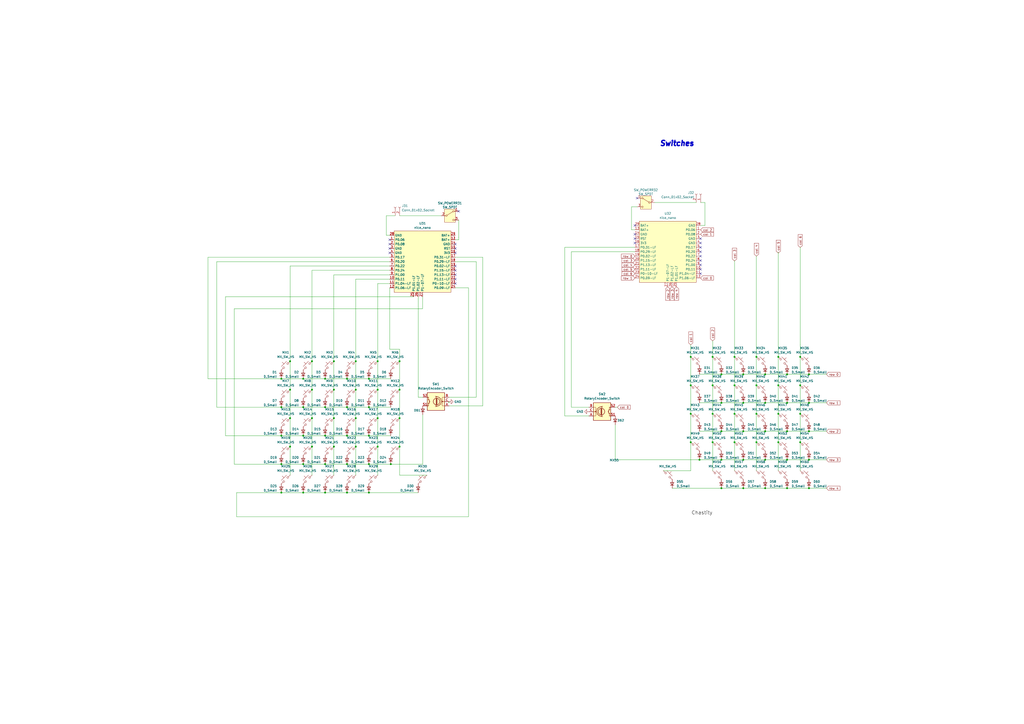
<source format=kicad_sch>
(kicad_sch (version 20231120) (generator "eeschema") (generator_version "8.0")
  (paper "A2")
  (lib_symbols
    (symbol "Connector:Conn_01x02_Socket" (pin_names (offset 1.016) hide)
      (property "Reference" "J" (at 0 2.54 0))
      (property "Value" "Conn_01x02_Socket" (at 0 -5.08 0))
      (symbol "Conn_01x02_Socket_1_1"
        (pin passive line (at -5.08 0 0) (length 3.81) (name "Pin_1") (number "1"))
        (pin passive line (at -5.08 -2.54 0) (length 3.81) (name "Pin_2") (number "2"))
      )
    )
    (symbol "Device:D_Small" (pin_numbers hide) (pin_names (offset 0.254) hide)
      (property "Reference" "D" (at -1.27 2.032 0))
      (property "Value" "D_Small" (at -3.81 -2.032 0))
      (symbol "D_Small_1_1"
        (pin passive line (at -2.54 0 0) (length 1.778) (name "K") (number "1"))
        (pin passive line (at 2.54 0 180) (length 1.778) (name "A") (number "2"))
      )
    )
    (symbol "Device:RotaryEncoder_Switch" (pin_names (offset 0.254) hide)
      (property "Reference" "SW" (at 0 6.604 0))
      (property "Value" "RotaryEncoder_Switch" (at 0 -6.604 0))
      (symbol "RotaryEncoder_Switch_1_1"
        (pin passive line (at -7.62 2.54 0) (length 2.54) (name "A") (number "A"))
        (pin passive line (at -7.62 -2.54 0) (length 2.54) (name "B") (number "B"))
        (pin passive line (at -7.62 0 0) (length 2.54) (name "C") (number "C"))
        (pin passive line (at 7.62 2.54 180) (length 2.54) (name "S1") (number "S1"))
        (pin passive line (at 7.62 -2.54 180) (length 2.54) (name "S2") (number "S2"))
      )
    )
    (symbol "PCM_marbastlib-mx:MX_SW_HS" (pin_numbers hide) (pin_names (offset 1.016) hide)
      (property "Reference" "MX" (at 3.048 1.016 0))
      (property "Value" "MX_SW_HS" (at 0 -3.81 0))
      (symbol "MX_SW_HS_0_1"
        (pin passive line (at -2.54 2.54 0) (length 0) (name "1") (number "1"))
        (pin passive line (at 2.54 -2.54 180) (length 0) (name "2") (number "2"))
      )
    )
    (symbol "PCM_marbastlib-promicroish:nice_nano" (in_bom no)
      (property "Reference" "U" (at 0 22.86 0))
      (property "Value" "nice_nano" (at 0 20.32 0))
      (symbol "nice_nano_0_0"
        (pin bidirectional line (at -19.05 13.97 0) (length 2.54) (name "P0.06") (number "1"))
        (pin bidirectional line (at -19.05 -8.89 0) (length 2.54) (name "P0.11") (number "10"))
        (pin bidirectional line (at -19.05 -11.43 0) (length 2.54) (name "P1.04-LF") (number "11"))
        (pin bidirectional line (at -19.05 -13.97 0) (length 2.54) (name "P1.06-LF") (number "12"))
        (pin power_out line (at 19.05 11.43 180) (length 2.54) (name "GND") (number "14"))
        (pin bidirectional line (at 19.05 8.89 180) (length 2.54) (name "RST") (number "15"))
        (pin bidirectional line (at 19.05 3.81 180) (length 2.54) (name "P0.31-LF") (number "17"))
        (pin bidirectional line (at 19.05 1.27 180) (length 2.54) (name "P0.29-LF") (number "18"))
        (pin bidirectional line (at 19.05 -1.27 180) (length 2.54) (name "P0.02-LF") (number "19"))
        (pin bidirectional line (at -19.05 11.43 0) (length 2.54) (name "P0.08") (number "2"))
        (pin bidirectional line (at 19.05 -3.81 180) (length 2.54) (name "P1.15-LF") (number "20"))
        (pin bidirectional line (at 19.05 -6.35 180) (length 2.54) (name "P1.13-LF") (number "21"))
        (pin bidirectional line (at 19.05 -8.89 180) (length 2.54) (name "P1.11-LF") (number "22"))
        (pin bidirectional line (at 19.05 -11.43 180) (length 2.54) (name "P0-10-LF") (number "23"))
        (pin bidirectional line (at 19.05 -13.97 180) (length 2.54) (name "P0.09-LF") (number "24"))
        (pin power_out line (at -19.05 8.89 0) (length 2.54) (name "GND") (number "3"))
        (pin power_out line (at -19.05 6.35 0) (length 2.54) (name "GND") (number "4"))
        (pin bidirectional line (at -19.05 3.81 0) (length 2.54) (name "P0.17") (number "5"))
        (pin bidirectional line (at -19.05 1.27 0) (length 2.54) (name "P0.20") (number "6"))
        (pin bidirectional line (at -19.05 -1.27 0) (length 2.54) (name "P0.22") (number "7"))
        (pin bidirectional line (at -19.05 -3.81 0) (length 2.54) (name "P0.24") (number "8"))
        (pin bidirectional line (at -19.05 -6.35 0) (length 2.54) (name "P1.00") (number "9"))
      )
      (symbol "nice_nano_1_0"
        (pin power_out line (at 19.05 13.97 180) (length 2.54) (name "BAT+") (number "13"))
        (pin power_out line (at 19.05 6.35 180) (length 2.54) (name "3V3") (number "16"))
        (pin bidirectional line (at -5.08 -19.05 90) (length 2.54) (name "P1.01-LF") (number "25"))
        (pin bidirectional line (at -2.54 -19.05 90) (length 2.54) (name "P1.02-LF") (number "26"))
        (pin bidirectional line (at 0 -19.05 90) (length 2.54) (name "P1-07-LF") (number "27"))
        (pin power_out line (at -19.05 16.51 0) (length 2.54) (name "GND") (number "28"))
        (pin power_out line (at 19.05 16.51 180) (length 2.54) (name "BAT+") (number "29"))
      )
    )
    (symbol "Switch:SW_SPDT" (pin_names (offset 0) hide)
      (property "Reference" "SW" (at 0 5.08 0))
      (property "Value" "SW_SPDT" (at 0 -5.08 0))
      (symbol "SW_SPDT_1_1"
        (pin passive line (at 5.08 2.54 180) (length 2.54) (name "A") (number "1"))
        (pin passive line (at -5.08 0 0) (length 2.54) (name "B") (number "2"))
        (pin passive line (at 5.08 -2.54 180) (length 2.54) (name "C") (number "3"))
      )
    )
    (symbol "power:GND" (power) (pin_names (offset 0))
      (property "Value" "GND" (at 0 -3.81 0))
      (symbol "GND_1_1"
        (pin power_in line (at 0 0 270) (length 0) hide (name "GND") (number "1"))
      )
    )
  )
  (junction (at 188.595 219.71))
  (junction (at 193.675 226.06))
  (junction (at 188.595 252.73))
  (junction (at 163.195 236.22))
  (junction (at 231.775 226.06))
  (junction (at 219.075 226.06))
  (junction (at 464.185 240.03))
  (junction (at 426.085 207.01))
  (junction (at 206.375 226.06))
  (junction (at 163.195 219.71))
  (junction (at 201.295 252.73))
  (junction (at 418.465 233.68))
  (junction (at 400.685 240.03))
  (junction (at 219.075 242.57))
  (junction (at 180.975 259.08))
  (junction (at 443.865 250.19))
  (junction (at 201.295 219.71))
  (junction (at 400.685 207.01))
  (junction (at 188.595 285.75))
  (junction (at 413.385 240.03))
  (junction (at 193.675 209.55))
  (junction (at 201.295 236.22))
  (junction (at 418.465 250.19))
  (junction (at 456.565 233.68))
  (junction (at 163.195 252.73))
  (junction (at 180.975 209.55))
  (junction (at 469.265 266.7))
  (junction (at 175.895 285.75))
  (junction (at 193.675 259.08))
  (junction (at 175.895 252.73))
  (junction (at 431.165 283.21))
  (junction (at 443.865 283.21))
  (junction (at 219.075 209.55))
  (junction (at 180.975 226.06))
  (junction (at 431.165 217.17))
  (junction (at 443.865 233.68))
  (junction (at 469.265 233.68))
  (junction (at 451.485 240.03))
  (junction (at 175.895 219.71))
  (junction (at 426.085 223.52))
  (junction (at 438.785 223.52))
  (junction (at 193.675 242.57))
  (junction (at 213.995 269.24))
  (junction (at 469.265 250.19))
  (junction (at 426.085 256.54))
  (junction (at 443.865 217.17))
  (junction (at 163.195 285.75))
  (junction (at 451.485 256.54))
  (junction (at 206.375 259.08))
  (junction (at 469.265 283.21))
  (junction (at 438.785 207.01))
  (junction (at 456.565 250.19))
  (junction (at 226.695 269.24))
  (junction (at 168.275 242.57))
  (junction (at 188.595 236.22))
  (junction (at 206.375 242.57))
  (junction (at 231.775 259.08))
  (junction (at 213.995 252.73))
  (junction (at 413.385 207.01))
  (junction (at 438.785 256.54))
  (junction (at 464.185 207.01))
  (junction (at 418.465 217.17))
  (junction (at 413.385 223.52))
  (junction (at 464.185 256.54))
  (junction (at 451.485 223.52))
  (junction (at 418.465 283.21))
  (junction (at 163.195 269.24))
  (junction (at 431.165 250.19))
  (junction (at 456.565 266.7))
  (junction (at 175.895 269.24))
  (junction (at 438.785 240.03))
  (junction (at 405.765 266.7))
  (junction (at 201.295 285.75))
  (junction (at 464.185 223.52))
  (junction (at 231.775 242.57))
  (junction (at 431.165 266.7))
  (junction (at 213.995 285.75))
  (junction (at 431.165 233.68))
  (junction (at 206.375 209.55))
  (junction (at 231.775 209.55))
  (junction (at 400.685 223.52))
  (junction (at 469.265 217.17))
  (junction (at 443.865 266.7))
  (junction (at 418.465 266.7))
  (junction (at 188.595 269.24))
  (junction (at 219.075 259.08))
  (junction (at 451.485 207.01))
  (junction (at 400.685 256.54))
  (junction (at 426.085 240.03))
  (junction (at 201.295 269.24))
  (junction (at 456.565 217.17))
  (junction (at 213.995 236.22))
  (junction (at 180.975 242.57))
  (junction (at 413.385 256.54))
  (junction (at 175.895 236.22))
  (junction (at 168.275 226.06))
  (junction (at 213.995 219.71))
  (junction (at 168.275 209.55))
  (junction (at 456.565 283.21))
  (junction (at 168.275 259.08))
  (no_connect (at 266.065 122.555))
  (no_connect (at 368.3 135.89))
  (no_connect (at 264.16 164.465))
  (no_connect (at 368.3 140.97))
  (no_connect (at 368.3 138.43))
  (no_connect (at 368.3 130.81))
  (no_connect (at 406.4 140.97))
  (no_connect (at 406.4 143.51))
  (no_connect (at 264.16 161.925))
  (no_connect (at 264.16 144.145))
  (no_connect (at 406.4 156.21))
  (no_connect (at 406.4 158.75))
  (no_connect (at 406.4 138.43))
  (no_connect (at 264.16 154.305))
  (no_connect (at 406.4 148.59))
  (no_connect (at 406.4 146.05))
  (no_connect (at 226.06 146.685))
  (no_connect (at 264.16 141.605))
  (no_connect (at 406.4 151.13))
  (no_connect (at 226.06 144.145))
  (no_connect (at 226.06 139.065))
  (no_connect (at 264.16 156.845))
  (no_connect (at 264.16 146.685))
  (no_connect (at 406.4 153.67))
  (no_connect (at 226.06 141.605))
  (no_connect (at 264.16 159.385))
  (no_connect (at 369.57 114.935))
  (wire (pts (xy 431.165 217.17) (xy 443.865 217.17)))
  (wire (pts (xy 443.865 250.19) (xy 456.565 250.19)))
  (wire (pts (xy 231.775 242.57) (xy 231.775 259.08)))
  (wire (pts (xy 231.775 125.095) (xy 255.905 125.095)))
  (wire (pts (xy 224.155 125.095) (xy 229.235 125.095)))
  (wire (pts (xy 245.2491 240.5508) (xy 245.2491 269.24)))
  (wire (pts (xy 135.89 269.24) (xy 163.195 269.24)))
  (wire (pts (xy 245.11 179.07) (xy 245.11 172.085)))
  (wire (pts (xy 271.78 167.005) (xy 264.16 167.005)))
  (wire (pts (xy 451.485 256.54) (xy 451.485 273.05)))
  (wire (pts (xy 242.57 285.75) (xy 213.995 285.75)))
  (wire (pts (xy 213.995 285.75) (xy 201.295 285.75)))
  (wire (pts (xy 271.78 299.72) (xy 137.2216 299.72)))
  (wire (pts (xy 135.89 179.07) (xy 245.11 179.07)))
  (wire (pts (xy 266.065 137.7087) (xy 266.065 127.635)))
  (wire (pts (xy 226.695 269.24) (xy 213.995 269.24)))
  (wire (pts (xy 426.085 207.01) (xy 426.085 223.52)))
  (wire (pts (xy 180.975 259.08) (xy 180.975 275.59)))
  (wire (pts (xy 213.995 219.71) (xy 201.295 219.71)))
  (wire (pts (xy 413.385 207.01) (xy 413.385 223.52)))
  (wire (pts (xy 464.2007 200.1094) (xy 464.185 200.1094)))
  (wire (pts (xy 120.65 219.71) (xy 120.65 149.225)))
  (wire (pts (xy 180.975 226.06) (xy 180.975 242.57)))
  (wire (pts (xy 443.865 233.68) (xy 456.565 233.68)))
  (wire (pts (xy 341.63 236.22) (xy 331.47 236.22)))
  (wire (pts (xy 193.675 242.57) (xy 193.675 259.08)))
  (wire (pts (xy 413.385 256.54) (xy 413.385 273.05)))
  (wire (pts (xy 406.4 117.475) (xy 408.94 117.475)))
  (wire (pts (xy 400.685 223.52) (xy 400.685 240.03)))
  (wire (pts (xy 443.865 217.17) (xy 456.565 217.17)))
  (wire (pts (xy 456.565 217.17) (xy 469.265 217.17)))
  (wire (pts (xy 130.81 252.73) (xy 163.195 252.73)))
  (wire (pts (xy 175.895 285.75) (xy 163.195 285.75)))
  (wire (pts (xy 188.595 252.73) (xy 175.895 252.73)))
  (wire (pts (xy 260.4891 232.9308) (xy 260.4891 233.68)))
  (wire (pts (xy 469.265 266.7) (xy 479.425 266.7)))
  (wire (pts (xy 201.295 269.24) (xy 188.595 269.24)))
  (wire (pts (xy 443.865 283.21) (xy 456.565 283.21)))
  (wire (pts (xy 451.485 223.52) (xy 451.485 240.03)))
  (wire (pts (xy 219.075 164.465) (xy 226.06 164.465)))
  (wire (pts (xy 389.89 283.21) (xy 418.465 283.21)))
  (wire (pts (xy 438.785 207.01) (xy 438.785 223.52)))
  (wire (pts (xy 206.375 209.55) (xy 206.375 226.06)))
  (wire (pts (xy 464.185 223.52) (xy 464.185 240.03)))
  (wire (pts (xy 331.47 146.05) (xy 368.3 146.05)))
  (wire (pts (xy 206.375 161.9073) (xy 206.375 209.55)))
  (wire (pts (xy 400.685 200.025) (xy 400.685 207.01)))
  (wire (pts (xy 224.155 136.525) (xy 226.06 136.525)))
  (wire (pts (xy 456.565 250.19) (xy 469.265 250.19)))
  (wire (pts (xy 264.16 149.225) (xy 280.035 149.225)))
  (wire (pts (xy 206.375 259.08) (xy 206.375 275.59)))
  (wire (pts (xy 451.485 207.01) (xy 451.485 223.52)))
  (wire (pts (xy 405.765 250.19) (xy 418.465 250.19)))
  (wire (pts (xy 120.65 219.71) (xy 163.195 219.71)))
  (wire (pts (xy 280.035 235.4708) (xy 280.035 149.225)))
  (wire (pts (xy 175.895 252.73) (xy 163.195 252.73)))
  (wire (pts (xy 168.275 209.55) (xy 168.275 226.06)))
  (wire (pts (xy 469.265 250.19) (xy 479.425 250.19)))
  (wire (pts (xy 180.975 156.845) (xy 226.06 156.845)))
  (wire (pts (xy 213.995 236.22) (xy 201.295 236.22)))
  (wire (pts (xy 451.485 240.03) (xy 451.485 256.54)))
  (wire (pts (xy 341.63 241.3) (xy 327.66 241.3)))
  (wire (pts (xy 276.225 151.765) (xy 264.16 151.765)))
  (wire (pts (xy 168.275 154.305) (xy 168.275 209.55)))
  (wire (pts (xy 137.2216 299.72) (xy 137.2216 285.75)))
  (wire (pts (xy 130.81 252.73) (xy 130.81 172.085)))
  (wire (pts (xy 226.06 161.925) (xy 226.06 161.9073)))
  (wire (pts (xy 125.73 151.765) (xy 125.73 236.22)))
  (wire (pts (xy 175.895 269.24) (xy 163.195 269.24)))
  (wire (pts (xy 356.87 266.7) (xy 405.765 266.7)))
  (wire (pts (xy 226.06 159.4757) (xy 193.675 159.4757)))
  (wire (pts (xy 431.165 283.21) (xy 443.865 283.21)))
  (wire (pts (xy 405.765 266.7) (xy 418.465 266.7)))
  (wire (pts (xy 188.595 285.75) (xy 175.895 285.75)))
  (wire (pts (xy 231.775 259.08) (xy 231.775 275.59)))
  (wire (pts (xy 266.1386 139.065) (xy 266.1386 137.7087)))
  (wire (pts (xy 464.2007 143.51) (xy 464.2007 200.1094)))
  (wire (pts (xy 224.155 125.095) (xy 224.155 136.525)))
  (wire (pts (xy 366.326 120.015) (xy 366.326 133.35)))
  (wire (pts (xy 193.675 226.06) (xy 193.675 242.57)))
  (wire (pts (xy 438.785 148.59) (xy 438.785 207.01)))
  (wire (pts (xy 369.57 120.015) (xy 366.326 120.015)))
  (wire (pts (xy 426.085 223.52) (xy 426.085 240.03)))
  (wire (pts (xy 451.485 146.05) (xy 451.485 207.01)))
  (wire (pts (xy 130.81 172.085) (xy 240.03 172.085)))
  (wire (pts (xy 231.775 202.565) (xy 231.775 209.55)))
  (wire (pts (xy 366.326 133.35) (xy 368.3 133.35)))
  (wire (pts (xy 213.995 252.73) (xy 201.295 252.73)))
  (wire (pts (xy 403.86 117.475) (xy 379.73 117.475)))
  (wire (pts (xy 456.565 233.68) (xy 469.265 233.68)))
  (wire (pts (xy 276.225 151.765) (xy 276.225 230.3908)))
  (wire (pts (xy 226.695 236.22) (xy 213.995 236.22)))
  (wire (pts (xy 175.895 236.22) (xy 163.195 236.22)))
  (wire (pts (xy 260.4891 230.3908) (xy 276.225 230.3908)))
  (wire (pts (xy 219.075 259.08) (xy 219.075 275.59)))
  (wire (pts (xy 206.375 226.06) (xy 206.375 242.57)))
  (wire (pts (xy 247.65 275.59) (xy 231.775 275.59)))
  (wire (pts (xy 464.185 240.03) (xy 464.185 256.54)))
  (wire (pts (xy 188.595 236.22) (xy 175.895 236.22)))
  (wire (pts (xy 180.975 156.845) (xy 180.975 209.55)))
  (wire (pts (xy 456.565 283.21) (xy 469.265 283.21)))
  (wire (pts (xy 400.685 207.01) (xy 400.685 223.52)))
  (wire (pts (xy 400.685 240.03) (xy 400.685 256.54)))
  (wire (pts (xy 120.65 149.225) (xy 226.06 149.225)))
  (wire (pts (xy 231.775 226.06) (xy 231.775 242.57)))
  (wire (pts (xy 469.265 233.68) (xy 479.425 233.68)))
  (wire (pts (xy 168.275 226.06) (xy 168.275 242.57)))
  (wire (pts (xy 219.075 242.57) (xy 219.075 259.08)))
  (wire (pts (xy 456.565 266.7) (xy 469.265 266.7)))
  (wire (pts (xy 431.165 233.68) (xy 443.865 233.68)))
  (wire (pts (xy 226.06 167.005) (xy 226.06 202.565)))
  (wire (pts (xy 213.995 269.24) (xy 201.295 269.24)))
  (wire (pts (xy 438.785 240.03) (xy 438.785 256.54)))
  (wire (pts (xy 438.785 256.54) (xy 438.785 273.05)))
  (wire (pts (xy 226.695 252.73) (xy 213.995 252.73)))
  (wire (pts (xy 327.66 241.3) (xy 327.66 143.51)))
  (wire (pts (xy 426.085 151.13) (xy 426.085 207.01)))
  (wire (pts (xy 260.35 233.68) (xy 260.35 233.045)))
  (wire (pts (xy 201.295 219.71) (xy 188.595 219.71)))
  (wire (pts (xy 413.385 240.03) (xy 413.385 256.54)))
  (wire (pts (xy 418.465 233.68) (xy 431.165 233.68)))
  (wire (pts (xy 201.295 252.73) (xy 188.595 252.73)))
  (wire (pts (xy 266.1386 137.7087) (xy 266.065 137.7087)))
  (wire (pts (xy 408.94 117.475) (xy 408.94 130.81)))
  (wire (pts (xy 226.06 161.9073) (xy 206.375 161.9073)))
  (wire (pts (xy 137.2216 285.75) (xy 163.195 285.75)))
  (wire (pts (xy 168.275 242.57) (xy 168.275 259.08)))
  (wire (pts (xy 260.4891 235.4708) (xy 280.035 235.4708)))
  (wire (pts (xy 226.695 219.71) (xy 213.995 219.71)))
  (wire (pts (xy 188.595 219.71) (xy 175.895 219.71)))
  (wire (pts (xy 327.66 143.51) (xy 368.3 143.51)))
  (wire (pts (xy 180.975 242.57) (xy 180.975 259.08)))
  (wire (pts (xy 175.895 219.71) (xy 163.195 219.71)))
  (wire (pts (xy 264.16 139.065) (xy 266.1386 139.065)))
  (wire (pts (xy 384.81 273.05) (xy 400.685 273.05)))
  (wire (pts (xy 431.165 250.19) (xy 443.865 250.19)))
  (wire (pts (xy 331.47 236.22) (xy 331.47 146.05)))
  (wire (pts (xy 242.57 230.3908) (xy 245.2491 230.3908)))
  (wire (pts (xy 219.075 209.55) (xy 219.075 226.06)))
  (wire (pts (xy 242.57 172.085) (xy 242.57 230.3908)))
  (wire (pts (xy 193.675 259.08) (xy 193.675 275.59)))
  (wire (pts (xy 219.075 226.06) (xy 219.075 242.57)))
  (wire (pts (xy 356.87 236.22) (xy 358.14 236.22)))
  (wire (pts (xy 469.265 283.21) (xy 479.425 283.21)))
  (wire (pts (xy 188.595 269.24) (xy 175.895 269.24)))
  (wire (pts (xy 464.185 200.1094) (xy 464.185 207.01)))
  (wire (pts (xy 464.185 256.54) (xy 464.185 273.05)))
  (wire (pts (xy 201.295 285.75) (xy 188.595 285.75)))
  (wire (pts (xy 405.765 217.17) (xy 418.465 217.17)))
  (wire (pts (xy 180.975 209.55) (xy 180.975 226.06)))
  (wire (pts (xy 226.06 159.385) (xy 226.06 159.4757)))
  (wire (pts (xy 438.785 223.52) (xy 438.785 240.03)))
  (wire (pts (xy 135.89 269.24) (xy 135.89 179.07)))
  (wire (pts (xy 231.775 209.55) (xy 231.775 226.06)))
  (wire (pts (xy 413.385 223.52) (xy 413.385 240.03)))
  (wire (pts (xy 405.765 233.68) (xy 418.465 233.68)))
  (wire (pts (xy 193.675 209.55) (xy 193.675 226.06)))
  (wire (pts (xy 426.085 256.54) (xy 426.085 273.05)))
  (wire (pts (xy 408.94 130.81) (xy 406.4 130.81)))
  (wire (pts (xy 245.2491 269.24) (xy 226.695 269.24)))
  (wire (pts (xy 400.685 256.54) (xy 400.685 273.05)))
  (wire (pts (xy 168.275 259.08) (xy 168.275 275.59)))
  (wire (pts (xy 469.265 217.17) (xy 479.425 217.17)))
  (wire (pts (xy 260.4891 233.68) (xy 260.35 233.68)))
  (wire (pts (xy 125.73 236.22) (xy 163.195 236.22)))
  (wire (pts (xy 226.06 154.305) (xy 168.275 154.305)))
  (wire (pts (xy 193.675 159.4757) (xy 193.675 209.55)))
  (wire (pts (xy 201.295 236.22) (xy 188.595 236.22)))
  (wire (pts (xy 356.87 246.38) (xy 356.87 266.7)))
  (wire (pts (xy 226.06 202.565) (xy 231.775 202.565)))
  (wire (pts (xy 418.465 266.7) (xy 431.165 266.7)))
  (wire (pts (xy 426.085 240.03) (xy 426.085 256.54)))
  (wire (pts (xy 418.465 217.17) (xy 431.165 217.17)))
  (wire (pts (xy 413.385 197.7211) (xy 413.385 207.01)))
  (wire (pts (xy 418.465 283.21) (xy 431.165 283.21)))
  (wire (pts (xy 271.78 299.72) (xy 271.78 167.005)))
  (wire (pts (xy 219.075 164.465) (xy 219.075 209.55)))
  (wire (pts (xy 206.375 242.57) (xy 206.375 259.08)))
  (wire (pts (xy 125.73 151.765) (xy 226.06 151.765)))
  (wire (pts (xy 431.165 266.7) (xy 443.865 266.7)))
  (wire (pts (xy 418.465 250.19) (xy 431.165 250.19)))
  (wire (pts (xy 464.185 207.01) (xy 464.185 223.52)))
  (wire (pts (xy 443.865 266.7) (xy 456.565 266.7)))
  (text "Chastity" (at 401.1335 298.7495 0) (effects (font (size 2 2)) (justify left bottom)))
  (text "Switches" (at 382.524 85.09 0) (effects (font (size 3 3) (thickness 2) (bold yes) (italic yes)) (justify left bottom)))
  (global_label "row 0" (shape input) (at 368.3 148.59 180) (property "Intersheetrefs" "${INTERSHEET_REFS}" (effects (hide yes))))
  (global_label "col 2" (shape input) (at 413.385 197.7211 90) (property "Intersheetrefs" "${INTERSHEET_REFS}" (effects (hide yes))))
  (global_label "row 4" (shape input) (at 392.43 166.37 270) (property "Intersheetrefs" "${INTERSHEET_REFS}" (effects (hide yes))))
  (global_label "col 6" (shape input) (at 368.3 158.75 180) (property "Intersheetrefs" "${INTERSHEET_REFS}" (effects (hide yes))))
  (global_label "col 2" (shape input) (at 406.4 133.35 0) (property "Intersheetrefs" "${INTERSHEET_REFS}" (effects (hide yes))))
  (global_label "col 5" (shape input) (at 451.485 146.8082 90) (property "Intersheetrefs" "${INTERSHEET_REFS}" (effects (hide yes))))
  (global_label "col 6" (shape input) (at 464.2007 143.5578 90) (property "Intersheetrefs" "${INTERSHEET_REFS}" (effects (hide yes))))
  (global_label "row 4" (shape input) (at 479.425 283.21 0) (property "Intersheetrefs" "${INTERSHEET_REFS}" (effects (hide yes))))
  (global_label "row 0" (shape input) (at 479.425 217.17 0) (property "Intersheetrefs" "${INTERSHEET_REFS}" (effects (hide yes))))
  (global_label "row 1" (shape input) (at 368.3 161.29 180) (property "Intersheetrefs" "${INTERSHEET_REFS}" (effects (hide yes))))
  (global_label "col 1" (shape input) (at 400.685 200.025 90) (property "Intersheetrefs" "${INTERSHEET_REFS}" (effects (hide yes))))
  (global_label "row 2" (shape input) (at 387.35 166.37 270) (property "Intersheetrefs" "${INTERSHEET_REFS}" (effects (hide yes))))
  (global_label "col 0" (shape input) (at 406.4 161.29 0) (property "Intersheetrefs" "${INTERSHEET_REFS}" (effects (hide yes))))
  (global_label "row 3" (shape input) (at 479.425 266.7 0) (property "Intersheetrefs" "${INTERSHEET_REFS}" (effects (hide yes))))
  (global_label "row 1" (shape input) (at 479.425 233.68 0) (property "Intersheetrefs" "${INTERSHEET_REFS}" (effects (hide yes))))
  (global_label "col 1" (shape input) (at 406.4 135.89 0) (property "Intersheetrefs" "${INTERSHEET_REFS}" (effects (hide yes))))
  (global_label "col 0" (shape input) (at 358.14 236.22 0) (property "Intersheetrefs" "${INTERSHEET_REFS}" (effects (hide yes))))
  (global_label "col 4" (shape input) (at 368.3 153.67 180) (property "Intersheetrefs" "${INTERSHEET_REFS}" (effects (hide yes))))
  (global_label "row 2" (shape input) (at 479.425 250.19 0) (property "Intersheetrefs" "${INTERSHEET_REFS}" (effects (hide yes))))
  (global_label "col 5" (shape input) (at 368.3 156.21 180) (property "Intersheetrefs" "${INTERSHEET_REFS}" (effects (hide yes))))
  (global_label "col 4" (shape input) (at 438.785 148.59 90) (property "Intersheetrefs" "${INTERSHEET_REFS}" (effects (hide yes))))
  (global_label "col 3" (shape input) (at 368.3 151.13 180) (property "Intersheetrefs" "${INTERSHEET_REFS}" (effects (hide yes))))
  (global_label "row 3" (shape input) (at 389.89 166.37 270) (property "Intersheetrefs" "${INTERSHEET_REFS}" (effects (hide yes))))
  (global_label "col 3" (shape input) (at 426.085 151.3999 90) (property "Intersheetrefs" "${INTERSHEET_REFS}" (effects (hide yes))))
  (symbol (lib_id "Device:D_Small") (at 456.565 264.16 90) (unit 1)
    (property "Reference" "D53" (at 459.105 262.89 90) (effects (justify right)))
    (property "Value" "D_Small" (at 459.105 265.43 90) (effects (justify right)))
    (property "Footprint" "Diode_SMD:D_SOD-123" (effects (hide yes)))
    (property "Sim.Device" "D" (effects (hide yes)))
    (property "Sim.Pins" "1=K 2=A" (effects (hide yes)))
  )
  (symbol (lib_id "Device:D_Small") (at 245.2491 238.0108 270) (mirror x) (unit 1)
    (property "Reference" "D61" (at 243.9791 238.0108 90) (effects (justify right)))
    (property "Value" "D_Small" (effects (hide yes)))
    (property "Footprint" "Diode_SMD:D_SOD-123" (effects (hide yes)))
    (property "Sim.Device" "D" (effects (hide yes)))
    (property "Sim.Pins" "1=K 2=A" (effects (hide yes)))
  )
  (symbol (lib_id "Device:D_Small") (at 188.595 217.17 270) (mirror x) (unit 1)
    (property "Reference" "D3" (at 186.055 215.9 90) (effects (justify right)))
    (property "Value" "D_Small" (at 186.055 218.44 90) (effects (justify right)))
    (property "Footprint" "Diode_SMD:D_SOD-123" (effects (hide yes)))
    (property "Sim.Device" "D" (effects (hide yes)))
    (property "Sim.Pins" "1=K 2=A" (effects (hide yes)))
  )
  (symbol (lib_id "PCM_marbastlib-mx:MX_SW_HS") (at 178.435 261.62 0) (mirror y) (unit 1)
    (property "Reference" "MX20" (at 178.435 254 0))
    (property "Value" "MX_SW_HS" (at 178.435 256.54 0))
    (property "Footprint" "PCM_marbastlib-choc:SW_choc_v1_HS_CPG135001S30_1u" (effects (hide yes)))
  )
  (symbol (lib_id "PCM_marbastlib-mx:MX_SW_HS") (at 387.35 275.59 0) (unit 1)
    (property "Reference" "MX55" (at 356.3134 266.9538 0))
    (property "Value" "MX_SW_HS" (at 387.35 270.51 0))
    (property "Footprint" "PCM_marbastlib-choc:SW_choc_v1_HS_CPG135001S30_1u" (effects (hide yes)))
  )
  (symbol (lib_id "Device:D_Small") (at 226.695 250.19 270) (mirror x) (unit 1)
    (property "Reference" "D18" (at 224.155 248.92 90) (effects (justify right)))
    (property "Value" "D_Small" (at 224.155 251.46 90) (effects (justify right)))
    (property "Footprint" "Diode_SMD:D_SOD-123" (effects (hide yes)))
    (property "Sim.Device" "D" (effects (hide yes)))
    (property "Sim.Pins" "1=K 2=A" (effects (hide yes)))
  )
  (symbol (lib_id "Device:D_Small") (at 405.765 214.63 90) (unit 1)
    (property "Reference" "D31" (at 408.305 213.36 90) (effects (justify right)))
    (property "Value" "D_Small" (at 408.305 215.9 90) (effects (justify right)))
    (property "Footprint" "Diode_SMD:D_SOD-123" (effects (hide yes)))
    (property "Sim.Device" "D" (effects (hide yes)))
    (property "Sim.Pins" "1=K 2=A" (effects (hide yes)))
  )
  (symbol (lib_id "PCM_marbastlib-mx:MX_SW_HS") (at 229.235 212.09 0) (mirror y) (unit 1)
    (property "Reference" "MX6" (at 229.235 204.47 0))
    (property "Value" "MX_SW_HS" (at 229.235 207.01 0))
    (property "Footprint" "PCM_marbastlib-choc:SW_choc_v1_HS_CPG135001S30_1u" (effects (hide yes)))
  )
  (symbol (lib_id "PCM_marbastlib-promicroish:nice_nano") (at 387.35 147.32 0) (mirror y) (unit 1) (in_bom no)
    (property "Reference" "U32" (at 387.35 123.825 0))
    (property "Value" "nice_nano" (at 387.35 126.365 0))
    (property "Footprint" "PCM_marbastlib-xp-promicroish:nice_nano_AH_USBup" (effects (hide yes)))
    (property "Datasheet" "https://nicekeyboards.com/docs/nice-nano/pinout-schematic" (effects (hide yes)))
  )
  (symbol (lib_id "Device:D_Small") (at 418.465 264.16 90) (unit 1)
    (property "Reference" "D50" (at 421.005 262.89 90) (effects (justify right)))
    (property "Value" "D_Small" (at 421.005 265.43 90) (effects (justify right)))
    (property "Footprint" "Diode_SMD:D_SOD-123" (effects (hide yes)))
    (property "Sim.Device" "D" (effects (hide yes)))
    (property "Sim.Pins" "1=K 2=A" (effects (hide yes)))
  )
  (symbol (lib_id "Device:D_Small") (at 188.595 266.7 270) (mirror x) (unit 1)
    (property "Reference" "D21" (at 186.055 265.43 90) (effects (justify right)))
    (property "Value" "D_Small" (at 186.055 267.97 90) (effects (justify right)))
    (property "Footprint" "Diode_SMD:D_SOD-123" (effects (hide yes)))
    (property "Sim.Device" "D" (effects (hide yes)))
    (property "Sim.Pins" "1=K 2=A" (effects (hide yes)))
  )
  (symbol (lib_id "Device:D_Small") (at 405.765 264.16 90) (unit 1)
    (property "Reference" "D49" (at 408.305 262.89 90) (effects (justify right)))
    (property "Value" "D_Small" (at 408.305 265.43 90) (effects (justify right)))
    (property "Footprint" "Diode_SMD:D_SOD-123" (effects (hide yes)))
    (property "Sim.Device" "D" (effects (hide yes)))
    (property "Sim.Pins" "1=K 2=A" (effects (hide yes)))
  )
  (symbol (lib_id "PCM_marbastlib-mx:MX_SW_HS") (at 441.325 209.55 0) (unit 1)
    (property "Reference" "MX34" (at 441.325 201.93 0))
    (property "Value" "MX_SW_HS" (at 441.325 204.47 0))
    (property "Footprint" "PCM_marbastlib-choc:SW_choc_v1_HS_CPG135001S30_1u" (effects (hide yes)))
  )
  (symbol (lib_id "Device:D_Small") (at 405.765 247.65 90) (unit 1)
    (property "Reference" "D43" (at 408.305 246.38 90) (effects (justify right)))
    (property "Value" "D_Small" (at 408.305 248.92 90) (effects (justify right)))
    (property "Footprint" "Diode_SMD:D_SOD-123" (effects (hide yes)))
    (property "Sim.Device" "D" (effects (hide yes)))
    (property "Sim.Pins" "1=K 2=A" (effects (hide yes)))
  )
  (symbol (lib_id "PCM_marbastlib-mx:MX_SW_HS") (at 403.225 226.06 0) (unit 1)
    (property "Reference" "MX37" (at 403.225 218.44 0))
    (property "Value" "MX_SW_HS" (at 403.225 220.98 0))
    (property "Footprint" "PCM_marbastlib-choc:SW_choc_v1_HS_CPG135001S30_1u" (effects (hide yes)))
  )
  (symbol (lib_id "Device:D_Small") (at 163.195 217.17 270) (mirror x) (unit 1)
    (property "Reference" "D1" (at 160.655 215.9 90) (effects (justify right)))
    (property "Value" "D_Small" (at 160.655 218.44 90) (effects (justify right)))
    (property "Footprint" "Diode_SMD:D_SOD-123" (effects (hide yes)))
    (property "Sim.Device" "D" (effects (hide yes)))
    (property "Sim.Pins" "1=K 2=A" (effects (hide yes)))
  )
  (symbol (lib_id "PCM_marbastlib-mx:MX_SW_HS") (at 466.725 242.57 0) (unit 1)
    (property "Reference" "MX48" (at 466.725 234.95 0))
    (property "Value" "MX_SW_HS" (at 466.725 237.49 0))
    (property "Footprint" "PCM_marbastlib-choc:SW_choc_v1_HS_CPG135001S30_1u" (effects (hide yes)))
  )
  (symbol (lib_id "Device:D_Small") (at 188.595 233.68 270) (mirror x) (unit 1)
    (property "Reference" "D9" (at 186.055 232.41 90) (effects (justify right)))
    (property "Value" "D_Small" (at 186.055 234.95 90) (effects (justify right)))
    (property "Footprint" "Diode_SMD:D_SOD-123" (effects (hide yes)))
    (property "Sim.Device" "D" (effects (hide yes)))
    (property "Sim.Pins" "1=K 2=A" (effects (hide yes)))
  )
  (symbol (lib_id "Device:D_Small") (at 469.265 280.67 90) (unit 1)
    (property "Reference" "D60" (at 471.805 279.4 90) (effects (justify right)))
    (property "Value" "D_Small" (at 471.805 281.94 90) (effects (justify right)))
    (property "Footprint" "Diode_SMD:D_SOD-123" (effects (hide yes)))
    (property "Sim.Device" "D" (effects (hide yes)))
    (property "Sim.Pins" "1=K 2=A" (effects (hide yes)))
  )
  (symbol (lib_id "Device:D_Small") (at 443.865 214.63 90) (unit 1)
    (property "Reference" "D34" (at 446.405 213.36 90) (effects (justify right)))
    (property "Value" "D_Small" (at 446.405 215.9 90) (effects (justify right)))
    (property "Footprint" "Diode_SMD:D_SOD-123" (effects (hide yes)))
    (property "Sim.Device" "D" (effects (hide yes)))
    (property "Sim.Pins" "1=K 2=A" (effects (hide yes)))
  )
  (symbol (lib_id "Device:D_Small") (at 213.995 217.17 270) (mirror x) (unit 1)
    (property "Reference" "D5" (at 211.455 215.9 90) (effects (justify right)))
    (property "Value" "D_Small" (at 211.455 218.44 90) (effects (justify right)))
    (property "Footprint" "Diode_SMD:D_SOD-123" (effects (hide yes)))
    (property "Sim.Device" "D" (effects (hide yes)))
    (property "Sim.Pins" "1=K 2=A" (effects (hide yes)))
  )
  (symbol (lib_id "PCM_marbastlib-mx:MX_SW_HS") (at 466.725 275.59 0) (unit 1)
    (property "Reference" "MX60" (at 466.725 267.97 0))
    (property "Value" "MX_SW_HS" (at 466.725 270.51 0))
    (property "Footprint" "PCM_marbastlib-choc:SW_choc_v1_HS_CPG135001S30_1.25u" (effects (hide yes)))
  )
  (symbol (lib_id "Device:D_Small") (at 213.995 283.21 270) (mirror x) (unit 1)
    (property "Reference" "D29" (at 211.455 281.94 90) (effects (justify right)))
    (property "Value" "D_Small" (at 211.455 284.48 90) (effects (justify right)))
    (property "Footprint" "Diode_SMD:D_SOD-123" (effects (hide yes)))
    (property "Sim.Device" "D" (effects (hide yes)))
    (property "Sim.Pins" "1=K 2=A" (effects (hide yes)))
  )
  (symbol (lib_id "PCM_marbastlib-mx:MX_SW_HS") (at 415.925 226.06 0) (unit 1)
    (property "Reference" "MX38" (at 415.925 218.44 0))
    (property "Value" "MX_SW_HS" (at 415.925 220.98 0))
    (property "Footprint" "PCM_marbastlib-choc:SW_choc_v1_HS_CPG135001S30_1u" (effects (hide yes)))
  )
  (symbol (lib_id "PCM_marbastlib-mx:MX_SW_HS") (at 178.435 212.09 0) (mirror y) (unit 1)
    (property "Reference" "MX2" (at 178.435 204.47 0))
    (property "Value" "MX_SW_HS" (at 178.435 207.01 0))
    (property "Footprint" "PCM_marbastlib-choc:SW_choc_v1_HS_CPG135001S30_1u" (effects (hide yes)))
  )
  (symbol (lib_id "PCM_marbastlib-mx:MX_SW_HS") (at 216.535 261.62 0) (mirror y) (unit 1)
    (property "Reference" "MX23" (at 216.535 254 0))
    (property "Value" "MX_SW_HS" (at 216.535 256.54 0))
    (property "Footprint" "PCM_marbastlib-choc:SW_choc_v1_HS_CPG135001S30_1u" (effects (hide yes)))
  )
  (symbol (lib_id "PCM_marbastlib-mx:MX_SW_HS") (at 165.735 228.6 0) (mirror y) (unit 1)
    (property "Reference" "MX7" (at 165.735 220.98 0))
    (property "Value" "MX_SW_HS" (at 165.735 223.52 0))
    (property "Footprint" "PCM_marbastlib-choc:SW_choc_v1_HS_CPG135001S30_1u" (effects (hide yes)))
  )
  (symbol (lib_id "Device:D_Small") (at 456.565 280.67 90) (unit 1)
    (property "Reference" "D59" (at 459.105 279.4 90) (effects (justify right)))
    (property "Value" "D_Small" (at 459.105 281.94 90) (effects (justify right)))
    (property "Footprint" "Diode_SMD:D_SOD-123" (effects (hide yes)))
    (property "Sim.Device" "D" (effects (hide yes)))
    (property "Sim.Pins" "1=K 2=A" (effects (hide yes)))
  )
  (symbol (lib_id "PCM_marbastlib-mx:MX_SW_HS") (at 165.735 278.13 0) (mirror y) (unit 1)
    (property "Reference" "MX25" (at 165.735 270.51 0))
    (property "Value" "MX_SW_HS" (at 165.735 273.05 0))
    (property "Footprint" "PCM_marbastlib-choc:SW_choc_v1_HS_CPG135001S30_1.25u" (effects (hide yes)))
  )
  (symbol (lib_id "PCM_marbastlib-mx:MX_SW_HS") (at 216.535 278.13 0) (mirror y) (unit 1)
    (property "Reference" "MX29" (at 216.535 270.51 0))
    (property "Value" "MX_SW_HS" (at 216.535 273.05 0))
    (property "Footprint" "PCM_marbastlib-choc:SW_choc_v1_HS_CPG135001S30_1u" (effects (hide yes)))
  )
  (symbol (lib_id "PCM_marbastlib-mx:MX_SW_HS") (at 229.235 228.6 0) (mirror y) (unit 1)
    (property "Reference" "MX12" (at 229.235 220.98 0))
    (property "Value" "MX_SW_HS" (at 229.235 223.52 0))
    (property "Footprint" "PCM_marbastlib-choc:SW_choc_v1_HS_CPG135001S30_1u" (effects (hide yes)))
  )
  (symbol (lib_id "Device:D_Small") (at 443.865 264.16 90) (unit 1)
    (property "Reference" "D52" (at 446.405 262.89 90) (effects (justify right)))
    (property "Value" "D_Small" (at 446.405 265.43 90) (effects (justify right)))
    (property "Footprint" "Diode_SMD:D_SOD-123" (effects (hide yes)))
    (property "Sim.Device" "D" (effects (hide yes)))
    (property "Sim.Pins" "1=K 2=A" (effects (hide yes)))
  )
  (symbol (lib_id "Device:D_Small") (at 456.565 231.14 90) (unit 1)
    (property "Reference" "D41" (at 459.105 229.87 90) (effects (justify right)))
    (property "Value" "D_Small" (at 459.105 232.41 90) (effects (justify right)))
    (property "Footprint" "Diode_SMD:D_SOD-123" (effects (hide yes)))
    (property "Sim.Device" "D" (effects (hide yes)))
    (property "Sim.Pins" "1=K 2=A" (effects (hide yes)))
  )
  (symbol (lib_id "Device:D_Small") (at 418.465 214.63 90) (unit 1)
    (property "Reference" "D32" (at 421.005 213.36 90) (effects (justify right)))
    (property "Value" "D_Small" (at 421.005 215.9 90) (effects (justify right)))
    (property "Footprint" "Diode_SMD:D_SOD-123" (effects (hide yes)))
    (property "Sim.Device" "D" (effects (hide yes)))
    (property "Sim.Pins" "1=K 2=A" (effects (hide yes)))
  )
  (symbol (lib_id "PCM_marbastlib-mx:MX_SW_HS") (at 191.135 228.6 0) (mirror y) (unit 1)
    (property "Reference" "MX9" (at 191.135 220.98 0))
    (property "Value" "MX_SW_HS" (at 191.135 223.52 0))
    (property "Footprint" "PCM_marbastlib-choc:SW_choc_v1_HS_CPG135001S30_1u" (effects (hide yes)))
  )
  (symbol (lib_id "Device:D_Small") (at 175.895 250.19 270) (mirror x) (unit 1)
    (property "Reference" "D14" (at 173.355 248.92 90) (effects (justify right)))
    (property "Value" "D_Small" (at 173.355 251.46 90) (effects (justify right)))
    (property "Footprint" "Diode_SMD:D_SOD-123" (effects (hide yes)))
    (property "Sim.Device" "D" (effects (hide yes)))
    (property "Sim.Pins" "1=K 2=A" (effects (hide yes)))
  )
  (symbol (lib_id "PCM_marbastlib-mx:MX_SW_HS") (at 178.435 278.13 0) (mirror y) (unit 1)
    (property "Reference" "MX26" (at 178.435 270.51 0))
    (property "Value" "MX_SW_HS" (at 178.435 273.05 0))
    (property "Footprint" "PCM_marbastlib-choc:SW_choc_v1_HS_CPG135001S30_1u" (effects (hide yes)))
  )
  (symbol (lib_id "Device:D_Small") (at 242.57 283.21 270) (mirror x) (unit 1)
    (property "Reference" "D30" (at 240.03 281.94 90) (effects (justify right)))
    (property "Value" "D_Small" (at 240.03 284.48 90) (effects (justify right)))
    (property "Footprint" "Diode_SMD:D_SOD-123" (effects (hide yes)))
    (property "Sim.Device" "D" (effects (hide yes)))
    (property "Sim.Pins" "1=K 2=A" (effects (hide yes)))
  )
  (symbol (lib_id "PCM_marbastlib-mx:MX_SW_HS") (at 454.025 209.55 0) (unit 1)
    (property "Reference" "MX35" (at 454.025 201.93 0))
    (property "Value" "MX_SW_HS" (at 454.025 204.47 0))
    (property "Footprint" "PCM_marbastlib-choc:SW_choc_v1_HS_CPG135001S30_1u" (effects (hide yes)))
  )
  (symbol (lib_id "Device:D_Small") (at 175.895 217.17 270) (mirror x) (unit 1)
    (property "Reference" "D2" (at 173.355 215.9 90) (effects (justify right)))
    (property "Value" "D_Small" (at 173.355 218.44 90) (effects (justify right)))
    (property "Footprint" "Diode_SMD:D_SOD-123" (effects (hide yes)))
    (property "Sim.Device" "D" (effects (hide yes)))
    (property "Sim.Pins" "1=K 2=A" (effects (hide yes)))
  )
  (symbol (lib_id "Device:D_Small") (at 226.695 217.17 270) (mirror x) (unit 1)
    (property "Reference" "D6" (at 224.155 215.9 90) (effects (justify right)))
    (property "Value" "D_Small" (at 224.155 218.44 90) (effects (justify right)))
    (property "Footprint" "Diode_SMD:D_SOD-123" (effects (hide yes)))
    (property "Sim.Device" "D" (effects (hide yes)))
    (property "Sim.Pins" "1=K 2=A" (effects (hide yes)))
  )
  (symbol (lib_id "PCM_marbastlib-mx:MX_SW_HS") (at 191.135 261.62 0) (mirror y) (unit 1)
    (property "Reference" "MX21" (at 191.135 254 0))
    (property "Value" "MX_SW_HS" (at 191.135 256.54 0))
    (property "Footprint" "PCM_marbastlib-choc:SW_choc_v1_HS_CPG135001S30_1u" (effects (hide yes)))
  )
  (symbol (lib_id "Device:D_Small") (at 405.765 231.14 90) (unit 1)
    (property "Reference" "D37" (at 408.305 229.87 90) (effects (justify right)))
    (property "Value" "D_Small" (at 408.305 232.41 90) (effects (justify right)))
    (property "Footprint" "Diode_SMD:D_SOD-123" (effects (hide yes)))
    (property "Sim.Device" "D" (effects (hide yes)))
    (property "Sim.Pins" "1=K 2=A" (effects (hide yes)))
  )
  (symbol (lib_id "PCM_marbastlib-promicroish:nice_nano") (at 245.11 153.035 0) (unit 1) (in_bom no)
    (property "Reference" "U31" (at 245.11 129.54 0))
    (property "Value" "nice_nano" (at 245.11 132.08 0))
    (property "Footprint" "PCM_marbastlib-xp-promicroish:nice_nano_AH_USBup" (effects (hide yes)))
    (property "Datasheet" "https://nicekeyboards.com/docs/nice-nano/pinout-schematic" (effects (hide yes)))
  )
  (symbol (lib_id "PCM_marbastlib-mx:MX_SW_HS") (at 203.835 228.6 0) (mirror y) (unit 1)
    (property "Reference" "MX10" (at 203.835 220.98 0))
    (property "Value" "MX_SW_HS" (at 203.835 223.52 0))
    (property "Footprint" "PCM_marbastlib-choc:SW_choc_v1_HS_CPG135001S30_1u" (effects (hide yes)))
  )
  (symbol (lib_id "PCM_marbastlib-mx:MX_SW_HS") (at 466.725 259.08 0) (unit 1)
    (property "Reference" "MX54" (at 466.725 251.46 0))
    (property "Value" "MX_SW_HS" (at 466.725 254 0))
    (property "Footprint" "PCM_marbastlib-choc:SW_choc_v1_HS_CPG135001S30_1u" (effects (hide yes)))
  )
  (symbol (lib_id "Device:D_Small") (at 456.565 214.63 90) (unit 1)
    (property "Reference" "D35" (at 459.105 213.36 90) (effects (justify right)))
    (property "Value" "D_Small" (at 459.105 215.9 90) (effects (justify right)))
    (property "Footprint" "Diode_SMD:D_SOD-123" (effects (hide yes)))
    (property "Sim.Device" "D" (effects (hide yes)))
    (property "Sim.Pins" "1=K 2=A" (effects (hide yes)))
  )
  (symbol (lib_id "PCM_marbastlib-mx:MX_SW_HS") (at 428.625 242.57 0) (unit 1)
    (property "Reference" "MX45" (at 428.625 234.95 0))
    (property "Value" "MX_SW_HS" (at 428.625 237.49 0))
    (property "Footprint" "PCM_marbastlib-choc:SW_choc_v1_HS_CPG135001S30_1u" (effects (hide yes)))
  )
  (symbol (lib_id "PCM_marbastlib-mx:MX_SW_HS") (at 454.025 275.59 0) (unit 1)
    (property "Reference" "MX59" (at 454.025 267.97 0))
    (property "Value" "MX_SW_HS" (at 454.025 270.51 0))
    (property "Footprint" "PCM_marbastlib-choc:SW_choc_v1_HS_CPG135001S30_1u" (effects (hide yes)))
  )
  (symbol (lib_id "PCM_marbastlib-mx:MX_SW_HS") (at 428.625 209.55 0) (unit 1)
    (property "Reference" "MX33" (at 428.625 201.93 0))
    (property "Value" "MX_SW_HS" (at 428.625 204.47 0))
    (property "Footprint" "PCM_marbastlib-choc:SW_choc_v1_HS_CPG135001S30_1u" (effects (hide yes)))
  )
  (symbol (lib_id "PCM_marbastlib-mx:MX_SW_HS") (at 403.225 259.08 0) (unit 1)
    (property "Reference" "MX49" (at 403.225 251.46 0))
    (property "Value" "MX_SW_HS" (at 403.225 254 0))
    (property "Footprint" "PCM_marbastlib-choc:SW_choc_v1_HS_CPG135001S30_1u" (effects (hide yes)))
  )
  (symbol (lib_id "PCM_marbastlib-mx:MX_SW_HS") (at 203.835 261.62 0) (mirror y) (unit 1)
    (property "Reference" "MX22" (at 203.835 254 0))
    (property "Value" "MX_SW_HS" (at 203.835 256.54 0))
    (property "Footprint" "PCM_marbastlib-choc:SW_choc_v1_HS_CPG135001S30_1u" (effects (hide yes)))
  )
  (symbol (lib_id "Device:D_Small") (at 213.995 250.19 270) (mirror x) (unit 1)
    (property "Reference" "D17" (at 211.455 248.92 90) (effects (justify right)))
    (property "Value" "D_Small" (at 211.455 251.46 90) (effects (justify right)))
    (property "Footprint" "Diode_SMD:D_SOD-123" (effects (hide yes)))
    (property "Sim.Device" "D" (effects (hide yes)))
    (property "Sim.Pins" "1=K 2=A" (effects (hide yes)))
  )
  (symbol (lib_id "PCM_marbastlib-mx:MX_SW_HS") (at 191.135 245.11 0) (mirror y) (unit 1)
    (property "Reference" "MX15" (at 191.135 237.49 0))
    (property "Value" "MX_SW_HS" (at 191.135 240.03 0))
    (property "Footprint" "PCM_marbastlib-choc:SW_choc_v1_HS_CPG135001S30_1u" (effects (hide yes)))
  )
  (symbol (lib_id "PCM_marbastlib-mx:MX_SW_HS") (at 216.535 245.11 0) (mirror y) (unit 1)
    (property "Reference" "MX17" (at 216.535 237.49 0))
    (property "Value" "MX_SW_HS" (at 216.535 240.03 0))
    (property "Footprint" "PCM_marbastlib-choc:SW_choc_v1_HS_CPG135001S30_1u" (effects (hide yes)))
  )
  (symbol (lib_id "Device:RotaryEncoder_Switch") (at 349.25 238.76 0) (mirror x) (unit 1)
    (property "Reference" "SW2" (at 349.25 228.6 0))
    (property "Value" "RotaryEncoder_Switch" (at 349.25 231.14 0))
    (property "Footprint" "PCM_marbastlib-various:ROT_Alps_EC11E-Switch" (effects (hide yes)))
  )
  (symbol (lib_id "Device:D_Small") (at 431.165 264.16 90) (unit 1)
    (property "Reference" "D51" (at 433.705 262.89 90) (effects (justify right)))
    (property "Value" "D_Small" (at 433.705 265.43 90) (effects (justify right)))
    (property "Footprint" "Diode_SMD:D_SOD-123" (effects (hide yes)))
    (property "Sim.Device" "D" (effects (hide yes)))
    (property "Sim.Pins" "1=K 2=A" (effects (hide yes)))
  )
  (symbol (lib_id "PCM_marbastlib-mx:MX_SW_HS") (at 191.135 278.13 0) (mirror y) (unit 1)
    (property "Reference" "MX27" (at 191.135 270.51 0))
    (property "Value" "MX_SW_HS" (at 191.135 273.05 0))
    (property "Footprint" "PCM_marbastlib-choc:SW_choc_v1_HS_CPG135001S30_1u" (effects (hide yes)))
  )
  (symbol (lib_id "Device:D_Small") (at 456.565 247.65 90) (unit 1)
    (property "Reference" "D47" (at 459.105 246.38 90) (effects (justify right)))
    (property "Value" "D_Small" (at 459.105 248.92 90) (effects (justify right)))
    (property "Footprint" "Diode_SMD:D_SOD-123" (effects (hide yes)))
    (property "Sim.Device" "D" (effects (hide yes)))
    (property "Sim.Pins" "1=K 2=A" (effects (hide yes)))
  )
  (symbol (lib_id "Device:D_Small") (at 163.195 283.21 270) (mirror x) (unit 1)
    (property "Reference" "D25" (at 160.655 281.94 90) (effects (justify right)))
    (property "Value" "D_Small" (at 160.655 284.48 90) (effects (justify right)))
    (property "Footprint" "Diode_SMD:D_SOD-123" (effects (hide yes)))
    (property "Sim.Device" "D" (effects (hide yes)))
    (property "Sim.Pins" "1=K 2=A" (effects (hide yes)))
  )
  (symbol (lib_id "PCM_marbastlib-mx:MX_SW_HS") (at 466.725 209.55 0) (unit 1)
    (property "Reference" "MX36" (at 466.725 201.93 0))
    (property "Value" "MX_SW_HS" (at 466.725 204.47 0))
    (property "Footprint" "PCM_marbastlib-choc:SW_choc_v1_HS_CPG135001S30_1u" (effects (hide yes)))
  )
  (symbol (lib_id "Device:D_Small") (at 469.265 231.14 90) (unit 1)
    (property "Reference" "D42" (at 471.805 229.87 90) (effects (justify right)))
    (property "Value" "D_Small" (at 471.805 232.41 90) (effects (justify right)))
    (property "Footprint" "Diode_SMD:D_SOD-123" (effects (hide yes)))
    (property "Sim.Device" "D" (effects (hide yes)))
    (property "Sim.Pins" "1=K 2=A" (effects (hide yes)))
  )
  (symbol (lib_id "PCM_marbastlib-mx:MX_SW_HS") (at 229.235 261.62 0) (mirror y) (unit 1)
    (property "Reference" "MX24" (at 229.235 254 0))
    (property "Value" "MX_SW_HS" (at 229.235 256.54 0))
    (property "Footprint" "PCM_marbastlib-choc:SW_choc_v1_HS_CPG135001S30_1u" (effects (hide yes)))
  )
  (symbol (lib_id "PCM_marbastlib-mx:MX_SW_HS") (at 428.625 226.06 0) (unit 1)
    (property "Reference" "MX39" (at 428.625 218.44 0))
    (property "Value" "MX_SW_HS" (at 428.625 220.98 0))
    (property "Footprint" "PCM_marbastlib-choc:SW_choc_v1_HS_CPG135001S30_1u" (effects (hide yes)))
  )
  (symbol (lib_id "PCM_marbastlib-mx:MX_SW_HS") (at 428.625 259.08 0) (unit 1)
    (property "Reference" "MX51" (at 428.625 251.46 0))
    (property "Value" "MX_SW_HS" (at 428.625 254 0))
    (property "Footprint" "PCM_marbastlib-choc:SW_choc_v1_HS_CPG135001S30_1u" (effects (hide yes)))
  )
  (symbol (lib_id "Device:D_Small") (at 163.195 250.19 270) (mirror x) (unit 1)
    (property "Reference" "D13" (at 160.655 248.92 90) (effects (justify right)))
    (property "Value" "D_Small" (at 160.655 251.46 90) (effects (justify right)))
    (property "Footprint" "Diode_SMD:D_SOD-123" (effects (hide yes)))
    (property "Sim.Device" "D" (effects (hide yes)))
    (property "Sim.Pins" "1=K 2=A" (effects (hide yes)))
  )
  (symbol (lib_id "Device:D_Small") (at 201.295 283.21 270) (mirror x) (unit 1)
    (property "Reference" "D28" (at 198.755 281.94 90) (effects (justify right)))
    (property "Value" "D_Small" (at 198.755 284.48 90) (effects (justify right)))
    (property "Footprint" "Diode_SMD:D_SOD-123" (effects (hide yes)))
    (property "Sim.Device" "D" (effects (hide yes)))
    (property "Sim.Pins" "1=K 2=A" (effects (hide yes)))
  )
  (symbol (lib_id "Connector:Conn_01x02_Socket") (at 406.4 112.395 270) (mirror x) (unit 1)
    (property "Reference" "J32" (at 402.59 111.76 90) (effects (justify right)))
    (property "Value" "Conn_01x02_Socket" (at 402.59 114.3 90) (effects (justify right)))
    (property "Footprint" "Connector_JST:JST_PH_S2B-PH-K_1x02_P2.00mm_Horizontal" (effects (hide yes)))
  )
  (symbol (lib_id "power:GND") (at 260.35 233.045 90) (mirror x) (unit 1)
    (property "Reference" "#PWR091" (effects (hide yes)))
    (property "Value" "GND" (at 263.525 233.045 90) (effects (justify right)))
  )
  (symbol (lib_id "PCM_marbastlib-mx:MX_SW_HS") (at 441.325 226.06 0) (unit 1)
    (property "Reference" "MX40" (at 441.325 218.44 0))
    (property "Value" "MX_SW_HS" (at 441.325 220.98 0))
    (property "Footprint" "PCM_marbastlib-choc:SW_choc_v1_HS_CPG135001S30_1u" (effects (hide yes)))
  )
  (symbol (lib_id "PCM_marbastlib-mx:MX_SW_HS") (at 441.325 275.59 0) (unit 1)
    (property "Reference" "MX58" (at 441.325 267.97 0))
    (property "Value" "MX_SW_HS" (at 441.325 270.51 0))
    (property "Footprint" "PCM_marbastlib-choc:SW_choc_v1_HS_CPG135001S30_1u" (effects (hide yes)))
  )
  (symbol (lib_id "Device:D_Small") (at 163.195 233.68 270) (mirror x) (unit 1)
    (property "Reference" "D7" (at 160.655 232.41 90) (effects (justify right)))
    (property "Value" "D_Small" (at 160.655 234.95 90) (effects (justify right)))
    (property "Footprint" "Diode_SMD:D_SOD-123" (effects (hide yes)))
    (property "Sim.Device" "D" (effects (hide yes)))
    (property "Sim.Pins" "1=K 2=A" (effects (hide yes)))
  )
  (symbol (lib_id "Device:D_Small") (at 213.995 233.68 270) (mirror x) (unit 1)
    (property "Reference" "D11" (at 211.455 232.41 90) (effects (justify right)))
    (property "Value" "D_Small" (at 211.455 234.95 90) (effects (justify right)))
    (property "Footprint" "Diode_SMD:D_SOD-123" (effects (hide yes)))
    (property "Sim.Device" "D" (effects (hide yes)))
    (property "Sim.Pins" "1=K 2=A" (effects (hide yes)))
  )
  (symbol (lib_id "Device:D_Small") (at 175.895 266.7 270) (mirror x) (unit 1)
    (property "Reference" "D20" (at 173.355 265.43 90) (effects (justify right)))
    (property "Value" "D_Small" (at 173.355 267.97 90) (effects (justify right)))
    (property "Footprint" "Diode_SMD:D_SOD-123" (effects (hide yes)))
    (property "Sim.Device" "D" (effects (hide yes)))
    (property "Sim.Pins" "1=K 2=A" (effects (hide yes)))
  )
  (symbol (lib_id "Device:D_Small") (at 418.465 247.65 90) (unit 1)
    (property "Reference" "D44" (at 421.005 246.38 90) (effects (justify right)))
    (property "Value" "D_Small" (at 421.005 248.92 90) (effects (justify right)))
    (property "Footprint" "Diode_SMD:D_SOD-123" (effects (hide yes)))
    (property "Sim.Device" "D" (effects (hide yes)))
    (property "Sim.Pins" "1=K 2=A" (effects (hide yes)))
  )
  (symbol (lib_id "Device:D_Small") (at 431.165 231.14 90) (unit 1)
    (property "Reference" "D39" (at 433.705 229.87 90) (effects (justify right)))
    (property "Value" "D_Small" (at 433.705 232.41 90) (effects (justify right)))
    (property "Footprint" "Diode_SMD:D_SOD-123" (effects (hide yes)))
    (property "Sim.Device" "D" (effects (hide yes)))
    (property "Sim.Pins" "1=K 2=A" (effects (hide yes)))
  )
  (symbol (lib_id "Switch:SW_SPDT") (at 260.985 125.095 0) (unit 1)
    (property "Reference" "SW_POWERR31" (at 260.985 117.856 0))
    (property "Value" "SW_SPDT" (at 260.985 120.1674 0))
    (property "Footprint" "Button_Switch_SMD:SW_SPDT_PCM12" (effects (hide yes)))
    (property "Description" "Switch, single pole double throw" (effects (hide yes)))
  )
  (symbol (lib_id "PCM_marbastlib-mx:MX_SW_HS") (at 165.735 212.09 0) (mirror y) (unit 1)
    (property "Reference" "MX1" (at 165.735 204.47 0))
    (property "Value" "MX_SW_HS" (at 165.735 207.01 0))
    (property "Footprint" "PCM_marbastlib-choc:SW_choc_v1_HS_CPG135001S30_1u" (effects (hide yes)))
  )
  (symbol (lib_id "PCM_marbastlib-mx:MX_SW_HS") (at 403.225 242.57 0) (unit 1)
    (property "Reference" "MX43" (at 403.225 234.95 0))
    (property "Value" "MX_SW_HS" (at 403.225 237.49 0))
    (property "Footprint" "PCM_marbastlib-choc:SW_choc_v1_HS_CPG135001S30_1u" (effects (hide yes)))
  )
  (symbol (lib_id "PCM_marbastlib-mx:MX_SW_HS") (at 165.735 261.62 0) (mirror y) (unit 1)
    (property "Reference" "MX19" (at 165.735 254 0))
    (property "Value" "MX_SW_HS" (at 165.735 256.54 0))
    (property "Footprint" "PCM_marbastlib-choc:SW_choc_v1_HS_CPG135001S30_1u" (effects (hide yes)))
  )
  (symbol (lib_id "power:GND") (at 341.63 238.76 270) (unit 1)
    (property "Reference" "#PWR096" (effects (hide yes)))
    (property "Value" "GND" (at 338.455 238.76 90) (effects (justify right)))
  )
  (symbol (lib_id "PCM_marbastlib-mx:MX_SW_HS") (at 415.925 275.59 0) (unit 1)
    (property "Reference" "MX56" (at 415.925 267.97 0))
    (property "Value" "MX_SW_HS" (at 415.925 270.51 0))
    (property "Footprint" "PCM_marbastlib-choc:SW_choc_v1_HS_CPG135001S30_1u" (effects (hide yes)))
  )
  (symbol (lib_id "Device:D_Small") (at 418.465 231.14 90) (unit 1)
    (property "Reference" "D38" (at 421.005 229.87 90) (effects (justify right)))
    (property "Value" "D_Small" (at 421.005 232.41 90) (effects (justify right)))
    (property "Footprint" "Diode_SMD:D_SOD-123" (effects (hide yes)))
    (property "Sim.Device" "D" (effects (hide yes)))
    (property "Sim.Pins" "1=K 2=A" (effects (hide yes)))
  )
  (symbol (lib_id "PCM_marbastlib-mx:MX_SW_HS") (at 428.625 275.59 0) (unit 1)
    (property "Reference" "MX57" (at 428.625 267.97 0))
    (property "Value" "MX_SW_HS" (at 428.625 270.51 0))
    (property "Footprint" "PCM_marbastlib-choc:SW_choc_v1_HS_CPG135001S30_1u" (effects (hide yes)))
  )
  (symbol (lib_id "PCM_marbastlib-mx:MX_SW_HS") (at 203.835 245.11 0) (mirror y) (unit 1)
    (property "Reference" "MX16" (at 203.835 237.49 0))
    (property "Value" "MX_SW_HS" (at 203.835 240.03 0))
    (property "Footprint" "PCM_marbastlib-choc:SW_choc_v1_HS_CPG135001S30_1u" (effects (hide yes)))
  )
  (symbol (lib_id "PCM_marbastlib-mx:MX_SW_HS") (at 216.535 212.09 0) (mirror y) (unit 1)
    (property "Reference" "MX5" (at 216.535 204.47 0))
    (property "Value" "MX_SW_HS" (at 216.535 207.01 0))
    (property "Footprint" "PCM_marbastlib-choc:SW_choc_v1_HS_CPG135001S30_1u" (effects (hide yes)))
  )
  (symbol (lib_id "Device:D_Small") (at 188.595 283.21 270) (mirror x) (unit 1)
    (property "Reference" "D27" (at 186.055 281.94 90) (effects (justify right)))
    (property "Value" "D_Small" (at 186.055 284.48 90) (effects (justify right)))
    (property "Footprint" "Diode_SMD:D_SOD-123" (effects (hide yes)))
    (property "Sim.Device" "D" (effects (hide yes)))
    (property "Sim.Pins" "1=K 2=A" (effects (hide yes)))
  )
  (symbol (lib_id "Device:D_Small") (at 201.295 233.68 270) (mirror x) (unit 1)
    (property "Reference" "D10" (at 198.755 232.41 90) (effects (justify right)))
    (property "Value" "D_Small" (at 198.755 234.95 90) (effects (justify right)))
    (property "Footprint" "Diode_SMD:D_SOD-123" (effects (hide yes)))
    (property "Sim.Device" "D" (effects (hide yes)))
    (property "Sim.Pins" "1=K 2=A" (effects (hide yes)))
  )
  (symbol (lib_id "Device:D_Small") (at 201.295 217.17 270) (mirror x) (unit 1)
    (property "Reference" "D4" (at 198.755 215.9 90) (effects (justify right)))
    (property "Value" "D_Small" (at 198.755 218.44 90) (effects (justify right)))
    (property "Footprint" "Diode_SMD:D_SOD-123" (effects (hide yes)))
    (property "Sim.Device" "D" (effects (hide yes)))
    (property "Sim.Pins" "1=K 2=A" (effects (hide yes)))
  )
  (symbol (lib_id "Device:D_Small") (at 188.595 250.19 270) (mirror x) (unit 1)
    (property "Reference" "D15" (at 186.055 248.92 90) (effects (justify right)))
    (property "Value" "D_Small" (at 186.055 251.46 90) (effects (justify right)))
    (property "Footprint" "Diode_SMD:D_SOD-123" (effects (hide yes)))
    (property "Sim.Device" "D" (effects (hide yes)))
    (property "Sim.Pins" "1=K 2=A" (effects (hide yes)))
  )
  (symbol (lib_id "Device:D_Small") (at 443.865 231.14 90) (unit 1)
    (property "Reference" "D40" (at 446.405 229.87 90) (effects (justify right)))
    (property "Value" "D_Small" (at 446.405 232.41 90) (effects (justify right)))
    (property "Footprint" "Diode_SMD:D_SOD-123" (effects (hide yes)))
    (property "Sim.Device" "D" (effects (hide yes)))
    (property "Sim.Pins" "1=K 2=A" (effects (hide yes)))
  )
  (symbol (lib_id "Device:D_Small") (at 226.695 266.7 270) (mirror x) (unit 1)
    (property "Reference" "D24" (at 224.155 265.43 90) (effects (justify right)))
    (property "Value" "D_Small" (at 224.155 267.97 90) (effects (justify right)))
    (property "Footprint" "Diode_SMD:D_SOD-123" (effects (hide yes)))
    (property "Sim.Device" "D" (effects (hide yes)))
    (property "Sim.Pins" "1=K 2=A" (effects (hide yes)))
  )
  (symbol (lib_id "Device:D_Small") (at 356.87 243.84 90) (unit 1)
    (property "Reference" "D62" (at 358.14 243.84 90) (effects (justify right)))
    (property "Value" "D_Small" (effects (hide yes)))
    (property "Footprint" "Diode_SMD:D_SOD-123" (effects (hide yes)))
    (property "Sim.Device" "D" (effects (hide yes)))
    (property "Sim.Pins" "1=K 2=A" (effects (hide yes)))
  )
  (symbol (lib_id "Device:D_Small") (at 175.895 233.68 270) (mirror x) (unit 1)
    (property "Reference" "D8" (at 173.355 232.41 90) (effects (justify right)))
    (property "Value" "D_Small" (at 173.355 234.95 90) (effects (justify right)))
    (property "Footprint" "Diode_SMD:D_SOD-123" (effects (hide yes)))
    (property "Sim.Device" "D" (effects (hide yes)))
    (property "Sim.Pins" "1=K 2=A" (effects (hide yes)))
  )
  (symbol (lib_id "Device:D_Small") (at 443.865 280.67 90) (unit 1)
    (property "Reference" "D58" (at 446.405 279.4 90) (effects (justify right)))
    (property "Value" "D_Small" (at 446.405 281.94 90) (effects (justify right)))
    (property "Footprint" "Diode_SMD:D_SOD-123" (effects (hide yes)))
    (property "Sim.Device" "D" (effects (hide yes)))
    (property "Sim.Pins" "1=K 2=A" (effects (hide yes)))
  )
  (symbol (lib_id "Device:D_Small") (at 201.295 250.19 270) (mirror x) (unit 1)
    (property "Reference" "D16" (at 198.755 248.92 90) (effects (justify right)))
    (property "Value" "D_Small" (at 198.755 251.46 90) (effects (justify right)))
    (property "Footprint" "Diode_SMD:D_SOD-123" (effects (hide yes)))
    (property "Sim.Device" "D" (effects (hide yes)))
    (property "Sim.Pins" "1=K 2=A" (effects (hide yes)))
  )
  (symbol (lib_id "Device:D_Small") (at 389.89 280.67 90) (unit 1)
    (property "Reference" "D55" (at 392.43 279.4 90) (effects (justify right)))
    (property "Value" "D_Small" (at 392.43 281.94 90) (effects (justify right)))
    (property "Footprint" "Diode_SMD:D_SOD-123" (effects (hide yes)))
    (property "Sim.Device" "D" (effects (hide yes)))
    (property "Sim.Pins" "1=K 2=A" (effects (hide yes)))
  )
  (symbol (lib_id "Device:D_Small") (at 226.695 233.68 270) (mirror x) (unit 1)
    (property "Reference" "D12" (at 224.155 232.41 90) (effects (justify right)))
    (property "Value" "D_Small" (at 224.155 234.95 90) (effects (justify right)))
    (property "Footprint" "Diode_SMD:D_SOD-123" (effects (hide yes)))
    (property "Sim.Device" "D" (effects (hide yes)))
    (property "Sim.Pins" "1=K 2=A" (effects (hide yes)))
  )
  (symbol (lib_id "PCM_marbastlib-mx:MX_SW_HS") (at 191.135 212.09 0) (mirror y) (unit 1)
    (property "Reference" "MX3" (at 191.135 204.47 0))
    (property "Value" "MX_SW_HS" (at 191.135 207.01 0))
    (property "Footprint" "PCM_marbastlib-choc:SW_choc_v1_HS_CPG135001S30_1u" (effects (hide yes)))
  )
  (symbol (lib_id "PCM_marbastlib-mx:MX_SW_HS") (at 454.025 259.08 0) (unit 1)
    (property "Reference" "MX53" (at 454.025 251.46 0))
    (property "Value" "MX_SW_HS" (at 454.025 254 0))
    (property "Footprint" "PCM_marbastlib-choc:SW_choc_v1_HS_CPG135001S30_1u" (effects (hide yes)))
  )
  (symbol (lib_id "Connector:Conn_01x02_Socket") (at 229.235 120.015 90) (unit 1)
    (property "Reference" "J31" (at 233.045 119.38 90) (effects (justify right)))
    (property "Value" "Conn_01x02_Socket" (at 233.045 121.92 90) (effects (justify right)))
    (property "Footprint" "Connector_JST:JST_PH_S2B-PH-K_1x02_P2.00mm_Horizontal" (effects (hide yes)))
  )
  (symbol (lib_id "Device:D_Small") (at 431.165 247.65 90) (unit 1)
    (property "Reference" "D45" (at 433.705 246.38 90) (effects (justify right)))
    (property "Value" "D_Small" (at 433.705 248.92 90) (effects (justify right)))
    (property "Footprint" "Diode_SMD:D_SOD-123" (effects (hide yes)))
    (property "Sim.Device" "D" (effects (hide yes)))
    (property "Sim.Pins" "1=K 2=A" (effects (hide yes)))
  )
  (symbol (lib_id "Device:D_Small") (at 469.265 247.65 90) (unit 1)
    (property "Reference" "D48" (at 471.805 246.38 90) (effects (justify right)))
    (property "Value" "D_Small" (at 471.805 248.92 90) (effects (justify right)))
    (property "Footprint" "Diode_SMD:D_SOD-123" (effects (hide yes)))
    (property "Sim.Device" "D" (effects (hide yes)))
    (property "Sim.Pins" "1=K 2=A" (effects (hide yes)))
  )
  (symbol (lib_id "Device:D_Small") (at 469.265 214.63 90) (unit 1)
    (property "Reference" "D36" (at 471.805 213.36 90) (effects (justify right)))
    (property "Value" "D_Small" (at 471.805 215.9 90) (effects (justify right)))
    (property "Footprint" "Diode_SMD:D_SOD-123" (effects (hide yes)))
    (property "Sim.Device" "D" (effects (hide yes)))
    (property "Sim.Pins" "1=K 2=A" (effects (hide yes)))
  )
  (symbol (lib_id "PCM_marbastlib-mx:MX_SW_HS") (at 165.735 245.11 0) (mirror y) (unit 1)
    (property "Reference" "MX13" (at 165.735 237.49 0))
    (property "Value" "MX_SW_HS" (at 165.735 240.03 0))
    (property "Footprint" "PCM_marbastlib-choc:SW_choc_v1_HS_CPG135001S30_1u" (effects (hide yes)))
  )
  (symbol (lib_id "Device:D_Small") (at 213.995 266.7 270) (mirror x) (unit 1)
    (property "Reference" "D23" (at 211.455 265.43 90) (effects (justify right)))
    (property "Value" "D_Small" (at 211.455 267.97 90) (effects (justify right)))
    (property "Footprint" "Diode_SMD:D_SOD-123" (effects (hide yes)))
    (property "Sim.Device" "D" (effects (hide yes)))
    (property "Sim.Pins" "1=K 2=A" (effects (hide yes)))
  )
  (symbol (lib_id "Device:D_Small") (at 175.895 283.21 270) (mirror x) (unit 1)
    (property "Reference" "D26" (at 173.355 281.94 90) (effects (justify right)))
    (property "Value" "D_Small" (at 173.355 284.48 90) (effects (justify right)))
    (property "Footprint" "Diode_SMD:D_SOD-123" (effects (hide yes)))
    (property "Sim.Device" "D" (effects (hide yes)))
    (property "Sim.Pins" "1=K 2=A" (effects (hide yes)))
  )
  (symbol (lib_id "PCM_marbastlib-mx:MX_SW_HS") (at 245.11 278.13 0) (mirror y) (unit 1)
    (property "Reference" "MX30" (at 245.11 270.51 0))
    (property "Value" "MX_SW_HS" (at 245.11 273.05 0))
    (property "Footprint" "PCM_marbastlib-choc:SW_choc_v1_HS_CPG135001S30_1u" (effects (hide yes)))
  )
  (symbol (lib_id "PCM_marbastlib-mx:MX_SW_HS") (at 178.435 228.6 0) (mirror y) (unit 1)
    (property "Reference" "MX8" (at 178.435 220.98 0))
    (property "Value" "MX_SW_HS" (at 178.435 223.52 0))
    (property "Footprint" "PCM_marbastlib-choc:SW_choc_v1_HS_CPG135001S30_1u" (effects (hide yes)))
  )
  (symbol (lib_id "Device:D_Small") (at 431.165 280.67 90) (unit 1)
    (property "Reference" "D57" (at 433.705 279.4 90) (effects (justify right)))
    (property "Value" "D_Small" (at 433.705 281.94 90) (effects (justify right)))
    (property "Footprint" "Diode_SMD:D_SOD-123" (effects (hide yes)))
    (property "Sim.Device" "D" (effects (hide yes)))
    (property "Sim.Pins" "1=K 2=A" (effects (hide yes)))
  )
  (symbol (lib_id "PCM_marbastlib-mx:MX_SW_HS") (at 454.025 226.06 0) (unit 1)
    (property "Reference" "MX41" (at 454.025 218.44 0))
    (property "Value" "MX_SW_HS" (at 454.025 220.98 0))
    (property "Footprint" "PCM_marbastlib-choc:SW_choc_v1_HS_CPG135001S30_1u" (effects (hide yes)))
  )
  (symbol (lib_id "PCM_marbastlib-mx:MX_SW_HS") (at 466.725 226.06 0) (unit 1)
    (property "Reference" "MX42" (at 466.725 218.44 0))
    (property "Value" "MX_SW_HS" (at 466.725 220.98 0))
    (property "Footprint" "PCM_marbastlib-choc:SW_choc_v1_HS_CPG135001S30_1u" (effects (hide yes)))
  )
  (symbol (lib_id "PCM_marbastlib-mx:MX_SW_HS") (at 203.835 212.09 0) (mirror y) (unit 1)
    (property "Reference" "MX4" (at 203.835 204.47 0))
    (property "Value" "MX_SW_HS" (at 203.835 207.01 0))
    (property "Footprint" "PCM_marbastlib-choc:SW_choc_v1_HS_CPG135001S30_1u" (effects (hide yes)))
  )
  (symbol (lib_id "Device:D_Small") (at 443.865 247.65 90) (unit 1)
    (property "Reference" "D46" (at 446.405 246.38 90) (effects (justify right)))
    (property "Value" "D_Small" (at 446.405 248.92 90) (effects (justify right)))
    (property "Footprint" "Diode_SMD:D_SOD-123" (effects (hide yes)))
    (property "Sim.Device" "D" (effects (hide yes)))
    (property "Sim.Pins" "1=K 2=A" (effects (hide yes)))
  )
  (symbol (lib_id "PCM_marbastlib-mx:MX_SW_HS") (at 415.925 259.08 0) (unit 1)
    (property "Reference" "MX50" (at 415.925 251.46 0))
    (property "Value" "MX_SW_HS" (at 415.925 254 0))
    (property "Footprint" "PCM_marbastlib-choc:SW_choc_v1_HS_CPG135001S30_1u" (effects (hide yes)))
  )
  (symbol (lib_id "PCM_marbastlib-mx:MX_SW_HS") (at 178.435 245.11 0) (mirror y) (unit 1)
    (property "Reference" "MX14" (at 178.435 237.49 0))
    (property "Value" "MX_SW_HS" (at 178.435 240.03 0))
    (property "Footprint" "PCM_marbastlib-choc:SW_choc_v1_HS_CPG135001S30_1u" (effects (hide yes)))
  )
  (symbol (lib_id "Device:D_Small") (at 418.465 280.67 90) (unit 1)
    (property "Reference" "D56" (at 421.005 279.4 90) (effects (justify right)))
    (property "Value" "D_Small" (at 421.005 281.94 90) (effects (justify right)))
    (property "Footprint" "Diode_SMD:D_SOD-123" (effects (hide yes)))
    (property "Sim.Device" "D" (effects (hide yes)))
    (property "Sim.Pins" "1=K 2=A" (effects (hide yes)))
  )
  (symbol (lib_id "Device:D_Small") (at 163.195 266.7 270) (mirror x) (unit 1)
    (property "Reference" "D19" (at 160.655 265.43 90) (effects (justify right)))
    (property "Value" "D_Small" (at 160.655 267.97 90) (effects (justify right)))
    (property "Footprint" "Diode_SMD:D_SOD-123" (effects (hide yes)))
    (property "Sim.Device" "D" (effects (hide yes)))
    (property "Sim.Pins" "1=K 2=A" (effects (hide yes)))
  )
  (symbol (lib_id "PCM_marbastlib-mx:MX_SW_HS") (at 415.925 242.57 0) (unit 1)
    (property "Reference" "MX44" (at 415.925 234.95 0))
    (property "Value" "MX_SW_HS" (at 415.925 237.49 0))
    (property "Footprint" "PCM_marbastlib-choc:SW_choc_v1_HS_CPG135001S30_1u" (effects (hide yes)))
  )
  (symbol (lib_id "Device:RotaryEncoder_Switch") (at 252.8691 232.9308 180) (unit 1)
    (property "Reference" "SW1" (at 252.8691 222.7708 0))
    (property "Value" "RotaryEncoder_Switch" (at 252.8691 225.3108 0))
    (property "Footprint" "PCM_marbastlib-various:ROT_Alps_EC11E-Switch" (effects (hide yes)))
  )
  (symbol (lib_id "PCM_marbastlib-mx:MX_SW_HS") (at 415.925 209.55 0) (unit 1)
    (property "Reference" "MX32" (at 415.925 201.93 0))
    (property "Value" "MX_SW_HS" (at 415.925 204.47 0))
    (property "Footprint" "PCM_marbastlib-choc:SW_choc_v1_HS_CPG135001S30_1u" (effects (hide yes)))
  )
  (symbol (lib_id "PCM_marbastlib-mx:MX_SW_HS") (at 441.325 242.57 0) (unit 1)
    (property "Reference" "MX46" (at 441.325 234.95 0))
    (property "Value" "MX_SW_HS" (at 441.325 237.49 0))
    (property "Footprint" "PCM_marbastlib-choc:SW_choc_v1_HS_CPG135001S30_1u" (effects (hide yes)))
  )
  (symbol (lib_id "PCM_marbastlib-mx:MX_SW_HS") (at 454.025 242.57 0) (unit 1)
    (property "Reference" "MX47" (at 454.025 234.95 0))
    (property "Value" "MX_SW_HS" (at 454.025 237.49 0))
    (property "Footprint" "PCM_marbastlib-choc:SW_choc_v1_HS_CPG135001S30_1u" (effects (hide yes)))
  )
  (symbol (lib_id "PCM_marbastlib-mx:MX_SW_HS") (at 403.225 209.55 0) (unit 1)
    (property "Reference" "MX31" (at 403.225 201.93 0))
    (property "Value" "MX_SW_HS" (at 403.225 204.47 0))
    (property "Footprint" "PCM_marbastlib-choc:SW_choc_v1_HS_CPG135001S30_1u" (effects (hide yes)))
  )
  (symbol (lib_id "PCM_marbastlib-mx:MX_SW_HS") (at 229.235 245.11 0) (mirror y) (unit 1)
    (property "Reference" "MX18" (at 229.235 237.49 0))
    (property "Value" "MX_SW_HS" (at 229.235 240.03 0))
    (property "Footprint" "PCM_marbastlib-choc:SW_choc_v1_HS_CPG135001S30_1u" (effects (hide yes)))
  )
  (symbol (lib_id "Switch:SW_SPDT") (at 374.65 117.475 0) (mirror y) (unit 1)
    (property "Reference" "SW_POWERR32" (at 374.65 110.236 0))
    (property "Value" "SW_SPDT" (at 374.65 112.5474 0))
    (property "Footprint" "Button_Switch_SMD:SW_SPDT_PCM12" (effects (hide yes)))
    (property "Description" "Switch, single pole double throw" (effects (hide yes)))
  )
  (symbol (lib_id "PCM_marbastlib-mx:MX_SW_HS") (at 441.325 259.08 0) (unit 1)
    (property "Reference" "MX52" (at 441.325 251.46 0))
    (property "Value" "MX_SW_HS" (at 441.325 254 0))
    (property "Footprint" "PCM_marbastlib-choc:SW_choc_v1_HS_CPG135001S30_1u" (effects (hide yes)))
  )
  (symbol (lib_id "PCM_marbastlib-mx:MX_SW_HS") (at 216.535 228.6 0) (mirror y) (unit 1)
    (property "Reference" "MX11" (at 216.535 220.98 0))
    (property "Value" "MX_SW_HS" (at 216.535 223.52 0))
    (property "Footprint" "PCM_marbastlib-choc:SW_choc_v1_HS_CPG135001S30_1u" (effects (hide yes)))
  )
  (symbol (lib_id "PCM_marbastlib-mx:MX_SW_HS") (at 203.835 278.13 0) (mirror y) (unit 1)
    (property "Reference" "MX28" (at 203.835 270.51 0))
    (property "Value" "MX_SW_HS" (at 203.835 273.05 0))
    (property "Footprint" "PCM_marbastlib-choc:SW_choc_v1_HS_CPG135001S30_1u" (effects (hide yes)))
  )
  (symbol (lib_id "Device:D_Small") (at 469.265 264.16 90) (unit 1)
    (property "Reference" "D54" (at 471.805 262.89 90) (effects (justify right)))
    (property "Value" "D_Small" (at 471.805 265.43 90) (effects (justify right)))
    (property "Footprint" "Diode_SMD:D_SOD-123" (effects (hide yes)))
    (property "Sim.Device" "D" (effects (hide yes)))
    (property "Sim.Pins" "1=K 2=A" (effects (hide yes)))
  )
  (symbol (lib_id "Device:D_Small") (at 201.295 266.7 270) (mirror x) (unit 1)
    (property "Reference" "D22" (at 198.755 265.43 90) (effects (justify right)))
    (property "Value" "D_Small" (at 198.755 267.97 90) (effects (justify right)))
    (property "Footprint" "Diode_SMD:D_SOD-123" (effects (hide yes)))
    (property "Sim.Device" "D" (effects (hide yes)))
    (property "Sim.Pins" "1=K 2=A" (effects (hide yes)))
  )
  (symbol (lib_id "Device:D_Small") (at 431.165 214.63 90) (unit 1)
    (property "Reference" "D33" (at 433.705 213.36 90) (effects (justify right)))
    (property "Value" "D_Small" (at 433.705 215.9 90) (effects (justify right)))
    (property "Footprint" "Diode_SMD:D_SOD-123" (effects (hide yes)))
    (property "Sim.Device" "D" (effects (hide yes)))
    (property "Sim.Pins" "1=K 2=A" (effects (hide yes)))
  )
)
</source>
